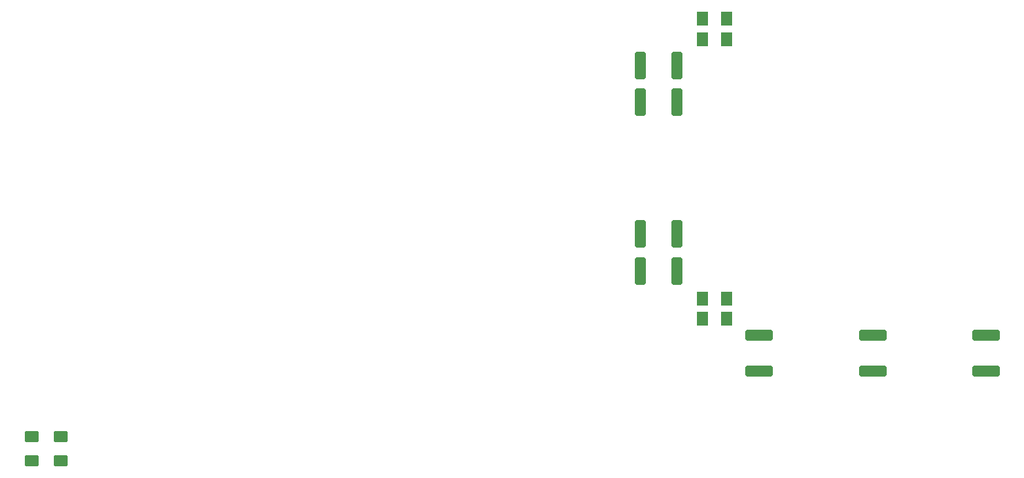
<source format=gbr>
%TF.GenerationSoftware,KiCad,Pcbnew,7.0.7*%
%TF.CreationDate,2023-11-17T22:33:44+01:00*%
%TF.ProjectId,LITEXCNC-HUB75HAT,4c495445-5843-44e4-932d-485542373548,rev?*%
%TF.SameCoordinates,Original*%
%TF.FileFunction,Paste,Top*%
%TF.FilePolarity,Positive*%
%FSLAX46Y46*%
G04 Gerber Fmt 4.6, Leading zero omitted, Abs format (unit mm)*
G04 Created by KiCad (PCBNEW 7.0.7) date 2023-11-17 22:33:44*
%MOMM*%
%LPD*%
G01*
G04 APERTURE LIST*
G04 Aperture macros list*
%AMRoundRect*
0 Rectangle with rounded corners*
0 $1 Rounding radius*
0 $2 $3 $4 $5 $6 $7 $8 $9 X,Y pos of 4 corners*
0 Add a 4 corners polygon primitive as box body*
4,1,4,$2,$3,$4,$5,$6,$7,$8,$9,$2,$3,0*
0 Add four circle primitives for the rounded corners*
1,1,$1+$1,$2,$3*
1,1,$1+$1,$4,$5*
1,1,$1+$1,$6,$7*
1,1,$1+$1,$8,$9*
0 Add four rect primitives between the rounded corners*
20,1,$1+$1,$2,$3,$4,$5,0*
20,1,$1+$1,$4,$5,$6,$7,0*
20,1,$1+$1,$6,$7,$8,$9,0*
20,1,$1+$1,$8,$9,$2,$3,0*%
G04 Aperture macros list end*
%ADD10RoundRect,0.250000X-0.400000X-1.450000X0.400000X-1.450000X0.400000X1.450000X-0.400000X1.450000X0*%
%ADD11RoundRect,0.250000X1.450000X-0.400000X1.450000X0.400000X-1.450000X0.400000X-1.450000X-0.400000X0*%
%ADD12RoundRect,0.250001X0.462499X0.624999X-0.462499X0.624999X-0.462499X-0.624999X0.462499X-0.624999X0*%
%ADD13RoundRect,0.250001X0.624999X-0.462499X0.624999X0.462499X-0.624999X0.462499X-0.624999X-0.462499X0*%
%ADD14RoundRect,0.250000X0.400000X1.450000X-0.400000X1.450000X-0.400000X-1.450000X0.400000X-1.450000X0*%
G04 APERTURE END LIST*
D10*
%TO.C,F3*%
X79877000Y34690000D03*
X84327000Y34690000D03*
%TD*%
%TO.C,F1*%
X79877000Y55376400D03*
X84327000Y55376400D03*
%TD*%
D11*
%TO.C,F7*%
X94446400Y22345600D03*
X94446400Y26795600D03*
%TD*%
D12*
%TO.C,D9*%
X90447500Y28848000D03*
X87472500Y28848000D03*
%TD*%
D13*
%TO.C,D1*%
X5140000Y11358500D03*
X5140000Y14333500D03*
%TD*%
D12*
%TO.C,D6*%
X90447500Y65678000D03*
X87472500Y65678000D03*
%TD*%
D13*
%TO.C,D2*%
X8696000Y11358500D03*
X8696000Y14333500D03*
%TD*%
D14*
%TO.C,F4*%
X84327000Y39211200D03*
X79877000Y39211200D03*
%TD*%
%TO.C,F2*%
X84327000Y59846800D03*
X79877000Y59846800D03*
%TD*%
D12*
%TO.C,D7*%
X90447500Y63138000D03*
X87472500Y63138000D03*
%TD*%
D11*
%TO.C,F5*%
X122234000Y22345600D03*
X122234000Y26795600D03*
%TD*%
%TO.C,F6*%
X108416400Y22345600D03*
X108416400Y26795600D03*
%TD*%
D12*
%TO.C,D8*%
X90447500Y31286400D03*
X87472500Y31286400D03*
%TD*%
M02*

</source>
